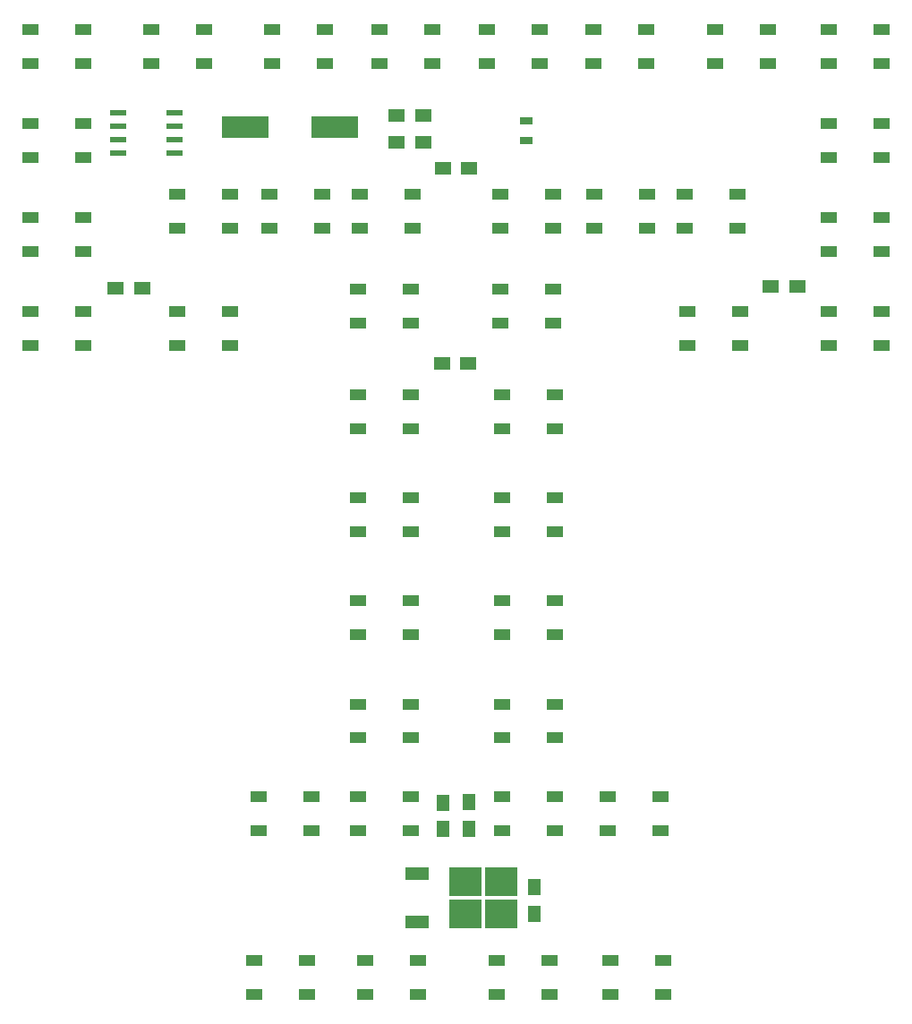
<source format=gbr>
G04 #@! TF.GenerationSoftware,KiCad,Pcbnew,(5.0.0)*
G04 #@! TF.CreationDate,2019-02-18T20:12:55-05:00*
G04 #@! TF.ProjectId,WS2812B Tiny T,575332383132422054696E7920542E6B,rev?*
G04 #@! TF.SameCoordinates,Original*
G04 #@! TF.FileFunction,Paste,Top*
G04 #@! TF.FilePolarity,Positive*
%FSLAX46Y46*%
G04 Gerber Fmt 4.6, Leading zero omitted, Abs format (unit mm)*
G04 Created by KiCad (PCBNEW (5.0.0)) date 02/18/19 20:12:55*
%MOMM*%
%LPD*%
G01*
G04 APERTURE LIST*
%ADD10R,1.600000X1.000000*%
%ADD11R,1.500000X1.250000*%
%ADD12R,1.250000X1.500000*%
%ADD13R,4.500000X2.000000*%
%ADD14R,1.550000X0.600000*%
%ADD15R,3.050000X2.750000*%
%ADD16R,2.200000X1.200000*%
%ADD17R,1.300000X0.700000*%
G04 APERTURE END LIST*
D10*
G04 #@! TO.C,U1*
X130850000Y-83490000D03*
X130850000Y-86690000D03*
X135850000Y-83490000D03*
X135850000Y-86690000D03*
G04 #@! TD*
G04 #@! TO.C,U2*
X135850000Y-77800000D03*
X135850000Y-74600000D03*
X130850000Y-77800000D03*
X130850000Y-74600000D03*
G04 #@! TD*
G04 #@! TO.C,U3*
X130850000Y-65710000D03*
X130850000Y-68910000D03*
X135850000Y-65710000D03*
X135850000Y-68910000D03*
G04 #@! TD*
G04 #@! TO.C,U4*
X135850000Y-60020000D03*
X135850000Y-56820000D03*
X130850000Y-60020000D03*
X130850000Y-56820000D03*
G04 #@! TD*
G04 #@! TO.C,U5*
X142280000Y-56820000D03*
X142280000Y-60020000D03*
X147280000Y-56820000D03*
X147280000Y-60020000D03*
G04 #@! TD*
G04 #@! TO.C,U6*
X158710000Y-60020000D03*
X158710000Y-56820000D03*
X153710000Y-60020000D03*
X153710000Y-56820000D03*
G04 #@! TD*
G04 #@! TO.C,U7*
X163870000Y-56820000D03*
X163870000Y-60020000D03*
X168870000Y-56820000D03*
X168870000Y-60020000D03*
G04 #@! TD*
G04 #@! TO.C,U8*
X179030000Y-60020000D03*
X179030000Y-56820000D03*
X174030000Y-60020000D03*
X174030000Y-56820000D03*
G04 #@! TD*
G04 #@! TO.C,U9*
X184150000Y-56820000D03*
X184150000Y-60020000D03*
X189150000Y-56820000D03*
X189150000Y-60020000D03*
G04 #@! TD*
G04 #@! TO.C,U10*
X200620000Y-60020000D03*
X200620000Y-56820000D03*
X195620000Y-60020000D03*
X195620000Y-56820000D03*
G04 #@! TD*
G04 #@! TO.C,U11*
X206415000Y-56820000D03*
X206415000Y-60020000D03*
X211415000Y-56820000D03*
X211415000Y-60020000D03*
G04 #@! TD*
G04 #@! TO.C,U12*
X211415000Y-68910000D03*
X211415000Y-65710000D03*
X206415000Y-68910000D03*
X206415000Y-65710000D03*
G04 #@! TD*
G04 #@! TO.C,U13*
X206415000Y-74600000D03*
X206415000Y-77800000D03*
X211415000Y-74600000D03*
X211415000Y-77800000D03*
G04 #@! TD*
G04 #@! TO.C,U15*
X197989000Y-86690000D03*
X197989000Y-83490000D03*
X192989000Y-86690000D03*
X192989000Y-83490000D03*
G04 #@! TD*
G04 #@! TO.C,U16*
X192786000Y-72400000D03*
X192786000Y-75600000D03*
X197786000Y-72400000D03*
X197786000Y-75600000D03*
G04 #@! TD*
G04 #@! TO.C,U17*
X189190000Y-75600000D03*
X189190000Y-72400000D03*
X184190000Y-75600000D03*
X184190000Y-72400000D03*
G04 #@! TD*
G04 #@! TO.C,U18*
X175300000Y-72400000D03*
X175300000Y-75600000D03*
X180300000Y-72400000D03*
X180300000Y-75600000D03*
G04 #@! TD*
G04 #@! TO.C,U19*
X180300000Y-84600000D03*
X180300000Y-81400000D03*
X175300000Y-84600000D03*
X175300000Y-81400000D03*
G04 #@! TD*
G04 #@! TO.C,U20*
X175500000Y-91400000D03*
X175500000Y-94600000D03*
X180500000Y-91400000D03*
X180500000Y-94600000D03*
G04 #@! TD*
G04 #@! TO.C,U21*
X175500000Y-101150000D03*
X175500000Y-104350000D03*
X180500000Y-101150000D03*
X180500000Y-104350000D03*
G04 #@! TD*
G04 #@! TO.C,U22*
X180500000Y-114100000D03*
X180500000Y-110900000D03*
X175500000Y-114100000D03*
X175500000Y-110900000D03*
G04 #@! TD*
G04 #@! TO.C,U23*
X175500000Y-120650000D03*
X175500000Y-123850000D03*
X180500000Y-120650000D03*
X180500000Y-123850000D03*
G04 #@! TD*
G04 #@! TO.C,U24*
X180500000Y-132600000D03*
X180500000Y-129400000D03*
X175500000Y-132600000D03*
X175500000Y-129400000D03*
G04 #@! TD*
G04 #@! TO.C,U25*
X185460000Y-129400000D03*
X185460000Y-132600000D03*
X190460000Y-129400000D03*
X190460000Y-132600000D03*
G04 #@! TD*
G04 #@! TO.C,U26*
X190750000Y-148100000D03*
X190750000Y-144900000D03*
X185750000Y-148100000D03*
X185750000Y-144900000D03*
G04 #@! TD*
G04 #@! TO.C,U27*
X175000000Y-144900000D03*
X175000000Y-148100000D03*
X180000000Y-144900000D03*
X180000000Y-148100000D03*
G04 #@! TD*
G04 #@! TO.C,U28*
X167500000Y-148100000D03*
X167500000Y-144900000D03*
X162500000Y-148100000D03*
X162500000Y-144900000D03*
G04 #@! TD*
G04 #@! TO.C,U29*
X152000000Y-144900000D03*
X152000000Y-148100000D03*
X157000000Y-144900000D03*
X157000000Y-148100000D03*
G04 #@! TD*
G04 #@! TO.C,U30*
X157500000Y-132600000D03*
X157500000Y-129400000D03*
X152500000Y-132600000D03*
X152500000Y-129400000D03*
G04 #@! TD*
G04 #@! TO.C,U31*
X161830000Y-129400000D03*
X161830000Y-132600000D03*
X166830000Y-129400000D03*
X166830000Y-132600000D03*
G04 #@! TD*
G04 #@! TO.C,U32*
X166830000Y-123850000D03*
X166830000Y-120650000D03*
X161830000Y-123850000D03*
X161830000Y-120650000D03*
G04 #@! TD*
G04 #@! TO.C,U33*
X161830000Y-110900000D03*
X161830000Y-114100000D03*
X166830000Y-110900000D03*
X166830000Y-114100000D03*
G04 #@! TD*
G04 #@! TO.C,U34*
X166830000Y-104350000D03*
X166830000Y-101150000D03*
X161830000Y-104350000D03*
X161830000Y-101150000D03*
G04 #@! TD*
G04 #@! TO.C,U35*
X161830000Y-91400000D03*
X161830000Y-94600000D03*
X166830000Y-91400000D03*
X166830000Y-94600000D03*
G04 #@! TD*
G04 #@! TO.C,U36*
X166830000Y-84600000D03*
X166830000Y-81400000D03*
X161830000Y-84600000D03*
X161830000Y-81400000D03*
G04 #@! TD*
G04 #@! TO.C,U37*
X162000000Y-72400000D03*
X162000000Y-75600000D03*
X167000000Y-72400000D03*
X167000000Y-75600000D03*
G04 #@! TD*
G04 #@! TO.C,U38*
X158500000Y-75600000D03*
X158500000Y-72400000D03*
X153500000Y-75600000D03*
X153500000Y-72400000D03*
G04 #@! TD*
G04 #@! TO.C,U39*
X144750000Y-72400000D03*
X144750000Y-75600000D03*
X149750000Y-72400000D03*
X149750000Y-75600000D03*
G04 #@! TD*
G04 #@! TO.C,U14*
X206375000Y-83490000D03*
X206375000Y-86690000D03*
X211375000Y-83490000D03*
X211375000Y-86690000D03*
G04 #@! TD*
D11*
G04 #@! TO.C,C1*
X165518000Y-67479600D03*
X168018000Y-67479600D03*
G04 #@! TD*
G04 #@! TO.C,C2*
X168018000Y-64979600D03*
X165518000Y-64979600D03*
G04 #@! TD*
D12*
G04 #@! TO.C,C3*
X178562000Y-137973000D03*
X178562000Y-140473000D03*
G04 #@! TD*
D11*
G04 #@! TO.C,C4*
X172375000Y-69951600D03*
X169875000Y-69951600D03*
G04 #@! TD*
G04 #@! TO.C,C5*
X141458000Y-81330800D03*
X138958000Y-81330800D03*
G04 #@! TD*
G04 #@! TO.C,C6*
X172314000Y-88392000D03*
X169814000Y-88392000D03*
G04 #@! TD*
G04 #@! TO.C,C7*
X200934000Y-81178400D03*
X203434000Y-81178400D03*
G04 #@! TD*
D12*
G04 #@! TO.C,C8*
X169875000Y-132466000D03*
X169875000Y-129966000D03*
G04 #@! TD*
G04 #@! TO.C,C9*
X172389000Y-129947000D03*
X172389000Y-132447000D03*
G04 #@! TD*
D10*
G04 #@! TO.C,U40*
X144750000Y-83500000D03*
X144750000Y-86700000D03*
X149750000Y-83500000D03*
X149750000Y-86700000D03*
G04 #@! TD*
D13*
G04 #@! TO.C,Y1*
X159698000Y-66090800D03*
X151198000Y-66090800D03*
G04 #@! TD*
D14*
G04 #@! TO.C,MCU1*
X139134000Y-68554600D03*
X139134000Y-67284600D03*
X139134000Y-66014600D03*
X139134000Y-64744600D03*
X144534000Y-64744600D03*
X144534000Y-66014600D03*
X144534000Y-67284600D03*
X144534000Y-68554600D03*
G04 #@! TD*
D15*
G04 #@! TO.C,U41*
X172061000Y-140514000D03*
X175411000Y-137464000D03*
X172061000Y-137464000D03*
X175411000Y-140514000D03*
D16*
X167436000Y-141269000D03*
X167436000Y-136709000D03*
G04 #@! TD*
D17*
G04 #@! TO.C,R1*
X177800000Y-67381200D03*
X177800000Y-65481200D03*
G04 #@! TD*
M02*

</source>
